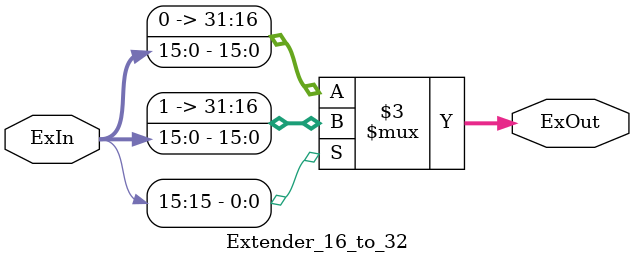
<source format=v>
module Extender_16_to_32 (ExIn, ExOut);

	input [15:0] ExIn;
	output reg [31:0] ExOut;
	
	
	always @ (*)
			begin
				if (ExIn[15])
					ExOut = {16'b1111111111111111, ExIn};
				else
					ExOut = {16'b0, ExIn};
			end

endmodule	
	
	
</source>
